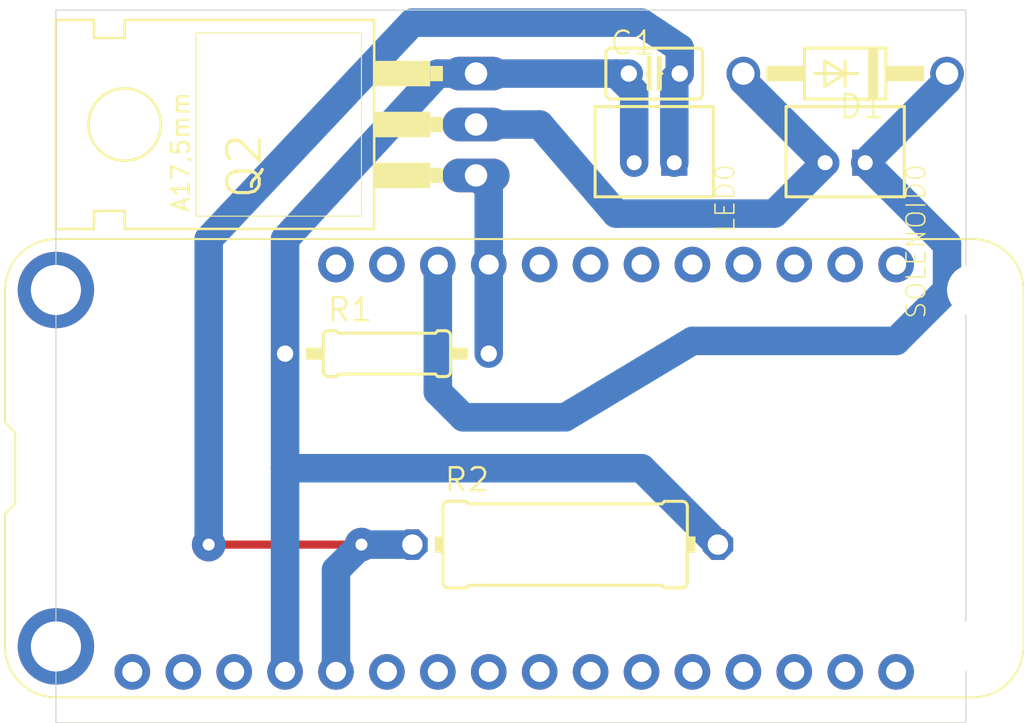
<source format=kicad_pcb>
(kicad_pcb (version 20221018) (generator pcbnew)
  (layers (0 "F.Cu" signal) (31 "B.Cu" signal) (34 "B.Paste" user) (35 "F.Paste" user) (36 "B.SilkS" user "B.Silkscreen") (37 "F.SilkS" user "F.Silkscreen") (38 "B.Mask" user) (39 "F.Mask" user) (44 "Edge.Cuts" user))
  (net 0 "")
  (net 1 "GND")
  (net 2 "N$2")
  (net 3 "N$3")
  (net 4 "N$7")
  (net 5 "USB")
  (footprint "working:DO41-10" (layer "F.Cu") (at 165.1761 90.3936 180)
    (fp_text reference "D1" (at -2.032 -1.651) (layer "F.SilkS") (effects (font (size 1.1557 1.1557) (thickness 0.1143)) (justify right)))
    (fp_text value "1N4004")
    (fp_line (start -2.032 -1.27) (end -2.032 1.27) (stroke (width 0.1524)) (layer "F.SilkS"))
    (fp_line (start -2.032 -1.27) (end 2.032 -1.27) (stroke (width 0.1524)) (layer "F.SilkS"))
    (fp_line (start -0.635 0) (end 0 0) (stroke (width 0.1524)) (layer "F.SilkS"))
    (fp_line (start 0 -0.635) (end 0 0) (stroke (width 0.1524)) (layer "F.SilkS"))
    (fp_line (start 0 0) (end 0 0.635) (stroke (width 0.1524)) (layer "F.SilkS"))
    (fp_line (start 0 0) (end 1.016 -0.635) (stroke (width 0.1524)) (layer "F.SilkS"))
    (fp_line (start 0 0) (end 1.524 0) (stroke (width 0.1524)) (layer "F.SilkS"))
    (fp_line (start 1.016 -0.635) (end 1.016 0.635) (stroke (width 0.1524)) (layer "F.SilkS"))
    (fp_line (start 1.016 0.635) (end 0 0) (stroke (width 0.1524)) (layer "F.SilkS"))
    (fp_line (start 2.032 1.27) (end -2.032 1.27) (stroke (width 0.1524)) (layer "F.SilkS"))
    (fp_line (start 2.032 1.27) (end 2.032 -1.27) (stroke (width 0.1524)) (layer "F.SilkS"))
    (fp_poly (pts (xy -3.937 0.381) (xy -2.032 0.381) (xy -2.032 -0.381) (xy -3.937 -0.381)) (fill solid) (layer "F.SilkS"))
    (fp_poly (pts (xy -1.651 1.27) (xy -1.143 1.27) (xy -1.143 -1.27) (xy -1.651 -1.27)) (fill solid) (layer "F.SilkS"))
    (fp_poly (pts (xy 2.032 0.381) (xy 3.937 0.381) (xy 3.937 -0.381) (xy 2.032 -0.381)) (fill solid) (layer "F.SilkS"))
    (pad "A" thru_hole circle (at 5.08 0 180) (size 1.6764 1.6764) (drill 1.1176) (layers "*.Cu" "*.Mask") (net 3 "N$3"))
    (pad "C" thru_hole circle (at -5.08 0 180) (size 1.6764 1.6764) (drill 1.1176) (layers "*.Cu" "*.Mask") (net 5 "USB"))
  )
  (footprint "working:0414_15" (layer "F.Cu") (at 151.2061 113.8886)
    (fp_text reference "R2" (at -6.096 -2.5654) (layer "F.SilkS") (effects (font (size 1.143 1.143) (thickness 0.127)) (justify left bottom)))
    (fp_text value "15M")
    (fp_line (start -6.096 1.905) (end -6.096 -1.905) (stroke (width 0.1524)) (layer "F.SilkS"))
    (fp_line (start -5.842 -2.159) (end -4.953 -2.159) (stroke (width 0.1524)) (layer "F.SilkS"))
    (fp_line (start -5.842 2.159) (end -4.953 2.159) (stroke (width 0.1524)) (layer "F.SilkS"))
    (fp_line (start -4.826 -2.032) (end -4.953 -2.159) (stroke (width 0.1524)) (layer "F.SilkS"))
    (fp_line (start -4.826 2.032) (end -4.953 2.159) (stroke (width 0.1524)) (layer "F.SilkS"))
    (fp_line (start 4.826 -2.032) (end -4.826 -2.032) (stroke (width 0.1524)) (layer "F.SilkS"))
    (fp_line (start 4.826 -2.032) (end 4.953 -2.159) (stroke (width 0.1524)) (layer "F.SilkS"))
    (fp_line (start 4.826 2.032) (end -4.826 2.032) (stroke (width 0.1524)) (layer "F.SilkS"))
    (fp_line (start 4.826 2.032) (end 4.953 2.159) (stroke (width 0.1524)) (layer "F.SilkS"))
    (fp_line (start 5.842 -2.159) (end 4.953 -2.159) (stroke (width 0.1524)) (layer "F.SilkS"))
    (fp_line (start 5.842 2.159) (end 4.953 2.159) (stroke (width 0.1524)) (layer "F.SilkS"))
    (fp_line (start 6.096 1.905) (end 6.096 -1.905) (stroke (width 0.1524)) (layer "F.SilkS"))
    (fp_arc (start -6.096 -1.905) (mid -6.021605 -2.084605) (end -5.842 -2.159) (stroke (width 0.1524)) (layer "F.SilkS"))
    (fp_arc (start -5.842 2.159) (mid -6.021605 2.084605) (end -6.096 1.905) (stroke (width 0.1524)) (layer "F.SilkS"))
    (fp_arc (start 5.842 -2.159) (mid 6.021605 -2.084605) (end 6.096 -1.905) (stroke (width 0.1524)) (layer "F.SilkS"))
    (fp_arc (start 6.096 1.905) (mid 6.021605 2.084605) (end 5.842 2.159) (stroke (width 0.1524)) (layer "F.SilkS"))
    (fp_poly (pts (xy -6.5024 0.4064) (xy -6.096 0.4064) (xy -6.096 -0.4064) (xy -6.5024 -0.4064)) (fill solid) (layer "F.SilkS"))
    (fp_poly (pts (xy 6.096 0.4064) (xy 6.5024 0.4064) (xy 6.5024 -0.4064) (xy 6.096 -0.4064)) (fill solid) (layer "F.SilkS"))
    (pad "1" thru_hole roundrect (at -7.62 0) (size 1.524 1.524) (drill 1.016) (layers "*.Cu" "*.Mask") (chamfer_ratio 0.2928932188) (chamfer top_left top_right bottom_left bottom_right) (net 4 "N$7"))
    (pad "2" thru_hole roundrect (at 7.62 0) (size 1.524 1.524) (drill 1.016) (layers "*.Cu" "*.Mask") (chamfer_ratio 0.2928932188) (chamfer top_left top_right bottom_left bottom_right) (net 1 "GND"))
  )
  (footprint "working:B2B-PH-K-S" (layer "F.Cu") (at 165.1761 94.8386)
    (fp_text reference "SOLENOID0" (at 3.54 0 90) (layer "F.SilkS") (effects (font (size 0.941222 0.941222) (thickness 0.074778)) (justify right)))
    (fp_text value "")
    (fp_line (start -2.95 -2.8) (end 2.95 -2.8) (stroke (width 0.1524)) (layer "F.SilkS"))
    (fp_line (start -2.95 1.7) (end -2.95 -2.8) (stroke (width 0.1524)) (layer "F.SilkS"))
    (fp_line (start 2.95 -2.8) (end 2.95 1.7) (stroke (width 0.1524)) (layer "F.SilkS"))
    (fp_line (start 2.95 1.7) (end -2.95 1.7) (stroke (width 0.1524)) (layer "F.SilkS"))
    (pad "1" thru_hole rect (at 1 0) (size 1.3 1.3) (drill 0.75) (layers "*.Cu" "*.Mask") (net 5 "USB"))
    (pad "2" thru_hole roundrect (at -1 0) (size 1.3 1.3) (drill 0.75) (layers "*.Cu" "*.Mask") (chamfer_ratio 0.2928932188) (chamfer top_left top_right bottom_left bottom_right) (net 3 "N$3"))
  )
  (footprint "working:0207_10" (layer "F.Cu") (at 142.3161 104.3636)
    (fp_text reference "R1" (at -3.048 -1.524) (layer "F.SilkS") (effects (font (size 1.143 1.143) (thickness 0.127)) (justify left bottom)))
    (fp_text value "10K")
    (fp_line (start -3.175 0.889) (end -3.175 -0.889) (stroke (width 0.1524)) (layer "F.SilkS"))
    (fp_line (start -2.921 -1.143) (end -2.54 -1.143) (stroke (width 0.1524)) (layer "F.SilkS"))
    (fp_line (start -2.921 1.143) (end -2.54 1.143) (stroke (width 0.1524)) (layer "F.SilkS"))
    (fp_line (start -2.413 -1.016) (end -2.54 -1.143) (stroke (width 0.1524)) (layer "F.SilkS"))
    (fp_line (start -2.413 1.016) (end -2.54 1.143) (stroke (width 0.1524)) (layer "F.SilkS"))
    (fp_line (start 2.413 -1.016) (end -2.413 -1.016) (stroke (width 0.1524)) (layer "F.SilkS"))
    (fp_line (start 2.413 -1.016) (end 2.54 -1.143) (stroke (width 0.1524)) (layer "F.SilkS"))
    (fp_line (start 2.413 1.016) (end -2.413 1.016) (stroke (width 0.1524)) (layer "F.SilkS"))
    (fp_line (start 2.413 1.016) (end 2.54 1.143) (stroke (width 0.1524)) (layer "F.SilkS"))
    (fp_line (start 2.921 -1.143) (end 2.54 -1.143) (stroke (width 0.1524)) (layer "F.SilkS"))
    (fp_line (start 2.921 1.143) (end 2.54 1.143) (stroke (width 0.1524)) (layer "F.SilkS"))
    (fp_line (start 3.175 0.889) (end 3.175 -0.889) (stroke (width 0.1524)) (layer "F.SilkS"))
    (fp_arc (start -3.175 -0.889) (mid -3.100605 -1.068605) (end -2.921 -1.143) (stroke (width 0.1524)) (layer "F.SilkS"))
    (fp_arc (start -2.921 1.143) (mid -3.100605 1.068605) (end -3.175 0.889) (stroke (width 0.1524)) (layer "F.SilkS"))
    (fp_arc (start 2.921 -1.143) (mid 3.100605 -1.068605) (end 3.175 -0.889) (stroke (width 0.1524)) (layer "F.SilkS"))
    (fp_arc (start 3.175 0.889) (mid 3.100605 1.068605) (end 2.921 1.143) (stroke (width 0.1524)) (layer "F.SilkS"))
    (fp_poly (pts (xy -4.0386 0.3048) (xy -3.175 0.3048) (xy -3.175 -0.3048) (xy -4.0386 -0.3048)) (fill solid) (layer "F.SilkS"))
    (fp_poly (pts (xy 3.175 0.3048) (xy 4.0386 0.3048) (xy 4.0386 -0.3048) (xy 3.175 -0.3048)) (fill solid) (layer "F.SilkS"))
    (pad "1" thru_hole roundrect (at -5.08 0) (size 1.3208 1.3208) (drill 0.8128) (layers "*.Cu" "*.Mask") (chamfer_ratio 0.2928932188) (chamfer top_left top_right bottom_left bottom_right) (net 1 "GND"))
    (pad "2" thru_hole roundrect (at 5.08 0) (size 1.3208 1.3208) (drill 0.8128) (layers "*.Cu" "*.Mask") (chamfer_ratio 0.2928932188) (chamfer top_left top_right bottom_left bottom_right) (net 2 "N$2"))
  )
  (footprint "working:TO220" (layer "F.Cu") (at 140.4111 92.9336 90)
    (fp_text reference "Q2" (at -3.81 -5.207 90) (layer "F.SilkS") (effects (font (size 1.61798 1.61798) (thickness 0.16002)) (justify left)))
    (fp_text value "IRLB8721")
    (fp_text user "A17,5mm" (at -4.445 -7.874 90) (layer "F.SilkS") (effects (font (size 0.871728 0.871728) (thickness 0.118872)) (justify left bottom)))
    (fp_line (start -5.207 -12.7) (end -5.207 -14.605) (stroke (width 0.127)) (layer "F.SilkS"))
    (fp_line (start -5.207 -11.176) (end -4.318 -11.176) (stroke (width 0.127)) (layer "F.SilkS"))
    (fp_line (start -5.207 1.27) (end -5.207 -11.176) (stroke (width 0.127)) (layer "F.SilkS"))
    (fp_line (start -5.207 1.27) (end 5.207 1.27) (stroke (width 0.127)) (layer "F.SilkS"))
    (fp_line (start -4.572 0.635) (end -4.572 -7.62) (stroke (width 0.0508)) (layer "F.SilkS"))
    (fp_line (start -4.572 0.635) (end 4.572 0.635) (stroke (width 0.0508)) (layer "F.SilkS"))
    (fp_line (start -4.318 -12.7) (end -5.207 -12.7) (stroke (width 0.127)) (layer "F.SilkS"))
    (fp_line (start -4.318 -11.176) (end -4.318 -12.7) (stroke (width 0.127)) (layer "F.SilkS"))
    (fp_line (start 4.318 -12.7) (end 5.207 -12.7) (stroke (width 0.127)) (layer "F.SilkS"))
    (fp_line (start 4.318 -11.176) (end 4.318 -12.7) (stroke (width 0.127)) (layer "F.SilkS"))
    (fp_line (start 4.572 -7.62) (end -4.572 -7.62) (stroke (width 0.0508)) (layer "F.SilkS"))
    (fp_line (start 4.572 -7.62) (end 4.572 0.635) (stroke (width 0.0508)) (layer "F.SilkS"))
    (fp_line (start 5.207 -14.605) (end -5.207 -14.605) (stroke (width 0.127)) (layer "F.SilkS"))
    (fp_line (start 5.207 -12.7) (end 5.207 -14.605) (stroke (width 0.127)) (layer "F.SilkS"))
    (fp_line (start 5.207 -11.176) (end 4.318 -11.176) (stroke (width 0.127)) (layer "F.SilkS"))
    (fp_line (start 5.207 1.27) (end 5.207 -11.176) (stroke (width 0.127)) (layer "F.SilkS"))
    (fp_circle (center 0 -11.176) (end 1.8034 -11.176) (stroke (width 0.127)) (fill none) (layer "F.SilkS"))
    (fp_poly (pts (xy -3.175 4.064) (xy -1.905 4.064) (xy -1.905 1.27) (xy -3.175 1.27)) (fill solid) (layer "F.SilkS"))
    (fp_poly (pts (xy -2.921 4.699) (xy -2.159 4.699) (xy -2.159 4.064) (xy -2.921 4.064)) (fill solid) (layer "F.SilkS"))
    (fp_poly (pts (xy -0.635 4.064) (xy 0.635 4.064) (xy 0.635 1.27) (xy -0.635 1.27)) (fill solid) (layer "F.SilkS"))
    (fp_poly (pts (xy -0.381 4.699) (xy 0.381 4.699) (xy 0.381 4.064) (xy -0.381 4.064)) (fill solid) (layer "F.SilkS"))
    (fp_poly (pts (xy 1.905 4.064) (xy 3.175 4.064) (xy 3.175 1.27) (xy 1.905 1.27)) (fill solid) (layer "F.SilkS"))
    (fp_poly (pts (xy 2.159 4.699) (xy 2.921 4.699) (xy 2.921 4.064) (xy 2.159 4.064)) (fill solid) (layer "F.SilkS"))
    (pad "" np_thru_hole circle (at 0 -11.176 90) (size 3.302 3.302) (drill 3.302) (layers "*.Cu" "*.Mask"))
    (pad "1" thru_hole oval (at -2.54 6.35 180) (size 3.3528 1.6764) (drill 1.1176) (layers "*.Cu" "*.Mask") (net 2 "N$2"))
    (pad "2" thru_hole oval (at 0 6.35 180) (size 3.3528 1.6764) (drill 1.1176) (layers "*.Cu" "*.Mask") (net 3 "N$3"))
    (pad "3" thru_hole oval (at 2.54 6.35 180) (size 3.3528 1.6764) (drill 1.1176) (layers "*.Cu" "*.Mask") (net 1 "GND"))
  )
  (footprint "working:C025-025X050" (layer "F.Cu") (at 155.6511 90.3936)
    (fp_text reference "C1" (at -2.286 -1.524) (layer "F.SilkS") (effects (font (size 1.1557 1.1557) (thickness 0.1143)) (justify left)))
    (fp_text value "82nF")
    (fp_line (start -2.413 -1.016) (end -2.413 1.016) (stroke (width 0.1524)) (layer "F.SilkS"))
    (fp_line (start -2.159 -1.27) (end 2.159 -1.27) (stroke (width 0.1524)) (layer "F.SilkS"))
    (fp_line (start -0.254 -0.762) (end -0.254 0) (stroke (width 0.254)) (layer "F.SilkS"))
    (fp_line (start -0.254 0) (end -0.381 0) (stroke (width 0.1524)) (layer "F.SilkS"))
    (fp_line (start -0.254 0) (end -0.254 0.762) (stroke (width 0.254)) (layer "F.SilkS"))
    (fp_line (start 0.254 0) (end 0.254 -0.762) (stroke (width 0.254)) (layer "F.SilkS"))
    (fp_line (start 0.254 0) (end 0.254 0.762) (stroke (width 0.254)) (layer "F.SilkS"))
    (fp_line (start 0.381 0) (end 0.254 0) (stroke (width 0.1524)) (layer "F.SilkS"))
    (fp_line (start 2.159 1.27) (end -2.159 1.27) (stroke (width 0.1524)) (layer "F.SilkS"))
    (fp_line (start 2.413 -1.016) (end 2.413 1.016) (stroke (width 0.1524)) (layer "F.SilkS"))
    (fp_arc (start -2.413 -1.016) (mid -2.338605 -1.195605) (end -2.159 -1.27) (stroke (width 0.1524)) (layer "F.SilkS"))
    (fp_arc (start -2.159 1.27) (mid -2.338605 1.195605) (end -2.413 1.016) (stroke (width 0.1524)) (layer "F.SilkS"))
    (fp_arc (start 2.159 -1.27) (mid 2.338605 -1.195605) (end 2.413 -1.016) (stroke (width 0.1524)) (layer "F.SilkS"))
    (fp_arc (start 2.413 1.016) (mid 2.338605 1.195605) (end 2.159 1.27) (stroke (width 0.1524)) (layer "F.SilkS"))
    (pad "1" thru_hole roundrect (at -1.27 0) (size 1.3208 1.3208) (drill 0.8128) (layers "*.Cu" "*.Mask") (chamfer_ratio 0.2928932188) (chamfer top_left top_right bottom_left bottom_right) (net 1 "GND"))
    (pad "2" thru_hole roundrect (at 1.27 0) (size 1.3208 1.3208) (drill 0.8128) (layers "*.Cu" "*.Mask") (chamfer_ratio 0.2928932188) (chamfer top_left top_right bottom_left bottom_right) (net 4 "N$7"))
  )
  (footprint "working:FEATHERWING_DIM" (layer "F.Cu") (at 123.2661 121.5086)
    (fp_text reference "MS1" hide)
    (fp_text value "FEATHERWING_NODIM" hide)
    (fp_line (start 0 -20.32) (end 0 -13.716) (stroke (width 0.1)) (layer "F.SilkS"))
    (fp_line (start 0 -13.716) (end 0.508 -13.208) (stroke (width 0.1)) (layer "F.SilkS"))
    (fp_line (start 0 -9.144) (end 0 -2.54) (stroke (width 0.1)) (layer "F.SilkS"))
    (fp_line (start 0.508 -13.208) (end 0.508 -9.652) (stroke (width 0.1)) (layer "F.SilkS"))
    (fp_line (start 0.508 -9.652) (end 0 -9.144) (stroke (width 0.1)) (layer "F.SilkS"))
    (fp_line (start 2.54 0) (end 48.26 0) (stroke (width 0.1)) (layer "F.SilkS"))
    (fp_line (start 48.26 -22.86) (end 2.54 -22.86) (stroke (width 0.1)) (layer "F.SilkS"))
    (fp_line (start 50.8 -2.54) (end 50.8 -20.32) (stroke (width 0.1)) (layer "F.SilkS"))
    (fp_arc (start 0 -20.32) (mid 0.743949 -22.116051) (end 2.54 -22.86) (stroke (width 0.1)) (layer "F.SilkS"))
    (fp_arc (start 2.54 0) (mid 0.743949 -0.743949) (end 0 -2.54) (stroke (width 0.1)) (layer "F.SilkS"))
    (fp_arc (start 48.26 -22.86) (mid 50.056051 -22.116051) (end 50.8 -20.32) (stroke (width 0.1)) (layer "F.SilkS"))
    (fp_arc (start 50.8 -2.54) (mid 50.056051 -0.743949) (end 48.26 0) (stroke (width 0.1)) (layer "F.SilkS"))
    (pad "" np_thru_hole circle (at 48.26 -20.32) (size 2.54 2.54) (drill 2.54) (layers "*.Cu" "*.Mask"))
    (pad "" np_thru_hole circle (at 48.26 -2.54) (size 2.54 2.54) (drill 2.54) (layers "*.Cu" "*.Mask"))
    (pad "1" thru_hole circle (at 6.35 -1.27) (size 1.778 1.778) (drill 1) (layers "*.Cu" "*.Mask"))
    (pad "2" thru_hole circle (at 8.89 -1.27) (size 1.778 1.778) (drill 1) (layers "*.Cu" "*.Mask"))
    (pad "3" thru_hole circle (at 11.43 -1.27) (size 1.778 1.778) (drill 1) (layers "*.Cu" "*.Mask"))
    (pad "4" thru_hole circle (at 13.97 -1.27) (size 1.778 1.778) (drill 1) (layers "*.Cu" "*.Mask") (net 1 "GND"))
    (pad "5" thru_hole circle (at 16.51 -1.27) (size 1.778 1.778) (drill 1) (layers "*.Cu" "*.Mask") (net 4 "N$7"))
    (pad "6" thru_hole circle (at 19.05 -1.27) (size 1.778 1.778) (drill 1) (layers "*.Cu" "*.Mask"))
    (pad "7" thru_hole circle (at 21.59 -1.27) (size 1.778 1.778) (drill 1) (layers "*.Cu" "*.Mask"))
    (pad "8" thru_hole circle (at 24.13 -1.27) (size 1.778 1.778) (drill 1) (layers "*.Cu" "*.Mask"))
    (pad "9" thru_hole circle (at 26.67 -1.27) (size 1.778 1.778) (drill 1) (layers "*.Cu" "*.Mask"))
    (pad "10" thru_hole circle (at 29.21 -1.27) (size 1.778 1.778) (drill 1) (layers "*.Cu" "*.Mask"))
    (pad "11" thru_hole circle (at 31.75 -1.27) (size 1.778 1.778) (drill 1) (layers "*.Cu" "*.Mask"))
    (pad "12" thru_hole circle (at 34.29 -1.27) (size 1.778 1.778) (drill 1) (layers "*.Cu" "*.Mask"))
    (pad "13" thru_hole circle (at 36.83 -1.27) (size 1.778 1.778) (drill 1) (layers "*.Cu" "*.Mask"))
    (pad "14" thru_hole circle (at 39.37 -1.27) (size 1.778 1.778) (drill 1) (layers "*.Cu" "*.Mask"))
    (pad "15" thru_hole circle (at 41.91 -1.27) (size 1.778 1.778) (drill 1) (layers "*.Cu" "*.Mask"))
    (pad "16" thru_hole circle (at 44.45 -1.27) (size 1.778 1.778) (drill 1) (layers "*.Cu" "*.Mask"))
    (pad "17" thru_hole circle (at 44.45 -21.59) (size 1.778 1.778) (drill 1) (layers "*.Cu" "*.Mask"))
    (pad "18" thru_hole circle (at 41.91 -21.59) (size 1.778 1.778) (drill 1) (layers "*.Cu" "*.Mask"))
    (pad "19" thru_hole circle (at 39.37 -21.59) (size 1.778 1.778) (drill 1) (layers "*.Cu" "*.Mask"))
    (pad "20" thru_hole circle (at 36.83 -21.59) (size 1.778 1.778) (drill 1) (layers "*.Cu" "*.Mask"))
    (pad "21" thru_hole circle (at 34.29 -21.59) (size 1.778 1.778) (drill 1) (layers "*.Cu" "*.Mask"))
    (pad "22" thru_hole circle (at 31.75 -21.59) (size 1.778 1.778) (drill 1) (layers "*.Cu" "*.Mask"))
    (pad "23" thru_hole circle (at 29.21 -21.59) (size 1.778 1.778) (drill 1) (layers "*.Cu" "*.Mask"))
    (pad "24" thru_hole circle (at 26.67 -21.59) (size 1.778 1.778) (drill 1) (layers "*.Cu" "*.Mask"))
    (pad "25" thru_hole circle (at 24.13 -21.59) (size 1.778 1.778) (drill 1) (layers "*.Cu" "*.Mask") (net 2 "N$2"))
    (pad "26" thru_hole circle (at 21.59 -21.59) (size 1.778 1.778) (drill 1) (layers "*.Cu" "*.Mask") (net 5 "USB"))
    (pad "27" thru_hole circle (at 19.05 -21.59) (size 1.778 1.778) (drill 1) (layers "*.Cu" "*.Mask"))
    (pad "28" thru_hole circle (at 16.51 -21.59) (size 1.778 1.778) (drill 1) (layers "*.Cu" "*.Mask"))
    (pad "P$1" thru_hole circle (at 2.54 -20.32) (size 3.81 3.81) (drill 2.5) (layers "*.Cu" "*.Mask"))
    (pad "P$2" thru_hole circle (at 2.54 -2.54) (size 3.81 3.81) (drill 2.5) (layers "*.Cu" "*.Mask"))
  )
  (footprint "working:B2B-PH-K-S" (layer "F.Cu") (at 155.6511 94.8386)
    (fp_text reference "LED0" (at 3.54 0 90) (layer "F.SilkS") (effects (font (size 0.941222 0.941222) (thickness 0.074778)) (justify right)))
    (fp_text value "")
    (fp_line (start -2.95 -2.8) (end 2.95 -2.8) (stroke (width 0.1524)) (layer "F.SilkS"))
    (fp_line (start -2.95 1.7) (end -2.95 -2.8) (stroke (width 0.1524)) (layer "F.SilkS"))
    (fp_line (start 2.95 -2.8) (end 2.95 1.7) (stroke (width 0.1524)) (layer "F.SilkS"))
    (fp_line (start 2.95 1.7) (end -2.95 1.7) (stroke (width 0.1524)) (layer "F.SilkS"))
    (pad "1" thru_hole rect (at 1 0) (size 1.3 1.3) (drill 0.75) (layers "*.Cu" "*.Mask") (net 4 "N$7"))
    (pad "2" thru_hole roundrect (at -1 0) (size 1.3 1.3) (drill 0.75) (layers "*.Cu" "*.Mask") (chamfer_ratio 0.2928932188) (chamfer top_left top_right bottom_left bottom_right) (net 1 "GND"))
  )
  (gr_line (start 171.1961 87.2286) (end 125.8061 87.2286) (stroke (width 0.05)) (layer "Edge.Cuts"))
  (gr_line (start 171.1961 122.7786) (end 171.1961 87.2286) (stroke (width 0.05)) (layer "Edge.Cuts"))
  (gr_line (start 125.8061 122.7786) (end 171.1961 122.7786) (stroke (width 0.05)) (layer "Edge.Cuts"))
  (gr_line (start 125.8061 87.2286) (end 125.8061 122.7786) (stroke (width 0.05)) (layer "Edge.Cuts"))
  (segment (start 153.7461 90.3936) (end 154.3811 90.3936) (width 1.4224) (layer "B.Cu") (net 1))
  (segment (start 154.6511 91.2986) (end 153.7461 90.3936) (width 1.4224) (layer "B.Cu") (net 1))
  (segment (start 146.7611 90.3936) (end 153.7461 90.3936) (width 1.4224) (layer "B.Cu") (net 1))
  (segment (start 158.8261 113.8886) (end 155.0161 110.0786) (width 1.4224) (layer "B.Cu") (net 1))
  (segment (start 144.8561 90.3936) (end 146.7611 90.3936) (width 1.4224) (layer "B.Cu") (net 1))
  (segment (start 155.0161 110.0786) (end 137.2361 110.0786) (width 1.4224) (layer "B.Cu") (net 1))
  (segment (start 137.2361 120.2386) (end 137.2361 110.0786) (width 1.4224) (layer "B.Cu") (net 1))
  (segment (start 137.2361 98.6486) (end 144.8561 90.3936) (width 1.4224) (layer "B.Cu") (net 1))
  (segment (start 154.6511 94.8386) (end 154.6511 91.2986) (width 1.4224) (layer "B.Cu") (net 1))
  (segment (start 137.2361 104.3636) (end 137.2361 98.6486) (width 1.4224) (layer "B.Cu") (net 1))
  (segment (start 137.2361 110.0786) (end 137.2361 104.3636) (width 1.4224) (layer "B.Cu") (net 1))
  (segment (start 147.3961 99.9186) (end 147.3961 104.3636) (width 1.4224) (layer "B.Cu") (net 2))
  (segment (start 147.3961 96.1086) (end 147.3961 99.9186) (width 1.4224) (layer "B.Cu") (net 2))
  (segment (start 146.7611 95.4736) (end 147.3961 96.1086) (width 1.4224) (layer "B.Cu") (net 2))
  (segment (start 160.0961 90.3936) (end 160.0961 90.7586) (width 1.4224) (layer "B.Cu") (net 3))
  (segment (start 149.9361 92.9336) (end 153.7461 97.3786) (width 1.4224) (layer "B.Cu") (net 3))
  (segment (start 160.0961 90.7586) (end 164.1761 94.8386) (width 1.4224) (layer "B.Cu") (net 3))
  (segment (start 153.7461 97.3786) (end 161.6361 97.3786) (width 1.4224) (layer "B.Cu") (net 3))
  (segment (start 146.7611 92.9336) (end 149.9361 92.9336) (width 1.4224) (layer "B.Cu") (net 3))
  (segment (start 161.6361 97.3786) (end 164.1761 94.8386) (width 1.4224) (layer "B.Cu") (net 3))
  (segment (start 141.0461 113.8886) (end 133.4261 113.8886) (width 0.4064) (layer "F.Cu") (net 4))
  (via (at 133.4261 113.8886) (size 1.6764) (drill 0.6) (layers "F.Cu" "B.Cu") (net 4))
  (via (at 141.0461 113.8886) (size 1.6764) (drill 0.6) (layers "F.Cu" "B.Cu") (net 4))
  (segment (start 155.0161 87.8536) (end 156.9211 89.1236) (width 1.4224) (layer "B.Cu") (net 4))
  (segment (start 133.4261 113.8886) (end 133.4261 98.6486) (width 1.4224) (layer "B.Cu") (net 4))
  (segment (start 143.5861 87.8536) (end 155.0161 87.8536) (width 1.4224) (layer "B.Cu") (net 4))
  (segment (start 143.5861 113.8886) (end 141.0461 113.8886) (width 1.4224) (layer "B.Cu") (net 4))
  (segment (start 139.7761 115.1586) (end 141.0461 113.8886) (width 1.4224) (layer "B.Cu") (net 4))
  (segment (start 133.4261 98.6486) (end 143.5861 87.8536) (width 1.4224) (layer "B.Cu") (net 4))
  (segment (start 156.6511 90.6636) (end 156.9211 90.3936) (width 1.4224) (layer "B.Cu") (net 4))
  (segment (start 156.6511 94.8386) (end 156.6511 90.6636) (width 1.4224) (layer "B.Cu") (net 4))
  (segment (start 156.9211 90.3936) (end 156.9211 89.1236) (width 1.4224) (layer "B.Cu") (net 4))
  (segment (start 139.7761 120.2386) (end 139.7761 115.1586) (width 1.4224) (layer "B.Cu") (net 4))
  (segment (start 170.2561 101.1886) (end 170.2561 98.9026) (width 1.4224) (layer "B.Cu") (net 5))
  (segment (start 144.8561 106.2686) (end 146.1261 107.5386) (width 1.4224) (layer "B.Cu") (net 5))
  (segment (start 146.1261 107.5386) (end 151.2061 107.5386) (width 1.4224) (layer "B.Cu") (net 5))
  (segment (start 170.2561 98.9026) (end 169.9861 98.6486) (width 1.4224) (layer "B.Cu") (net 5))
  (segment (start 167.7161 103.7286) (end 170.2561 101.1886) (width 1.4224) (layer "B.Cu") (net 5))
  (segment (start 151.2061 107.5386) (end 157.5561 103.7286) (width 1.4224) (layer "B.Cu") (net 5))
  (segment (start 169.9861 98.6486) (end 166.1761 94.8386) (width 1.4224) (layer "B.Cu") (net 5))
  (segment (start 144.8561 99.9186) (end 144.8561 106.2686) (width 1.4224) (layer "B.Cu") (net 5))
  (segment (start 170.2561 90.3936) (end 170.2561 90.7586) (width 1.4224) (layer "B.Cu") (net 5))
  (segment (start 157.5561 103.7286) (end 167.7161 103.7286) (width 1.4224) (layer "B.Cu") (net 5))
  (segment (start 170.2561 90.7586) (end 166.1761 94.8386) (width 1.4224) (layer "B.Cu") (net 5))
)
</source>
